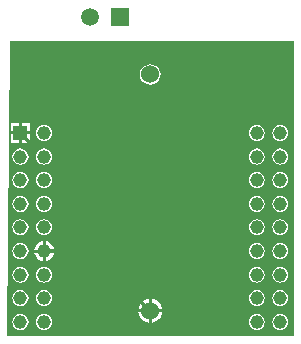
<source format=gtl>
G04*
G04 #@! TF.GenerationSoftware,Altium Limited,Altium Designer,19.1.5 (86)*
G04*
G04 Layer_Physical_Order=1*
G04 Layer_Color=255*
%FSLAX25Y25*%
%MOIN*%
G70*
G01*
G75*
%ADD17C,0.01200*%
%ADD18C,0.05906*%
%ADD19R,0.05906X0.05906*%
%ADD20C,0.06000*%
%ADD21C,0.04528*%
%ADD22R,0.04528X0.04528*%
G36*
X99410Y7874D02*
X4292D01*
X3940Y8229D01*
X4724Y106299D01*
X4724Y106299D01*
X99410D01*
Y7874D01*
D02*
G37*
%LPC*%
G36*
X51681Y98418D02*
X50793Y98301D01*
X49966Y97958D01*
X49256Y97413D01*
X48711Y96703D01*
X48369Y95876D01*
X48252Y94988D01*
X48369Y94101D01*
X48711Y93274D01*
X49256Y92563D01*
X49966Y92018D01*
X50793Y91676D01*
X51681Y91559D01*
X52569Y91676D01*
X53396Y92018D01*
X54106Y92563D01*
X54651Y93274D01*
X54993Y94101D01*
X55110Y94988D01*
X54993Y95876D01*
X54651Y96703D01*
X54106Y97413D01*
X53396Y97958D01*
X52569Y98301D01*
X51681Y98418D01*
D02*
G37*
G36*
X11638Y78765D02*
X8874D01*
Y76002D01*
X11638D01*
Y78765D01*
D02*
G37*
G36*
X7874D02*
X5110D01*
Y76002D01*
X7874D01*
Y78765D01*
D02*
G37*
G36*
X94988Y78188D02*
X94293Y78097D01*
X93645Y77828D01*
X93088Y77401D01*
X92661Y76845D01*
X92393Y76197D01*
X92301Y75502D01*
X92393Y74806D01*
X92661Y74158D01*
X93088Y73602D01*
X93645Y73175D01*
X94293Y72906D01*
X94988Y72815D01*
X95684Y72906D01*
X96332Y73175D01*
X96888Y73602D01*
X97315Y74158D01*
X97583Y74806D01*
X97675Y75502D01*
X97583Y76197D01*
X97315Y76845D01*
X96888Y77401D01*
X96332Y77828D01*
X95684Y78097D01*
X94988Y78188D01*
D02*
G37*
G36*
X87114Y78188D02*
X86419Y78097D01*
X85771Y77828D01*
X85214Y77401D01*
X84787Y76845D01*
X84519Y76197D01*
X84427Y75501D01*
X84519Y74806D01*
X84787Y74158D01*
X85214Y73602D01*
X85771Y73175D01*
X86419Y72906D01*
X87114Y72815D01*
X87810Y72906D01*
X88458Y73175D01*
X89014Y73602D01*
X89441Y74158D01*
X89709Y74806D01*
X89801Y75501D01*
X89709Y76197D01*
X89441Y76845D01*
X89014Y77401D01*
X88458Y77828D01*
X87810Y78097D01*
X87114Y78188D01*
D02*
G37*
G36*
X16248D02*
X15553Y78097D01*
X14905Y77828D01*
X14348Y77401D01*
X13921Y76845D01*
X13653Y76197D01*
X13561Y75501D01*
X13653Y74806D01*
X13921Y74158D01*
X14348Y73602D01*
X14905Y73175D01*
X15553Y72906D01*
X16248Y72815D01*
X16943Y72906D01*
X17591Y73175D01*
X18148Y73602D01*
X18575Y74158D01*
X18843Y74806D01*
X18935Y75501D01*
X18843Y76197D01*
X18575Y76845D01*
X18148Y77401D01*
X17591Y77828D01*
X16943Y78097D01*
X16248Y78188D01*
D02*
G37*
G36*
X11638Y75002D02*
X8874D01*
Y72238D01*
X11638D01*
Y75002D01*
D02*
G37*
G36*
X7874D02*
X5110D01*
Y72238D01*
X7874D01*
Y75002D01*
D02*
G37*
G36*
X94988Y70314D02*
X94293Y70223D01*
X93645Y69954D01*
X93088Y69527D01*
X92661Y68971D01*
X92393Y68323D01*
X92301Y67627D01*
X92393Y66932D01*
X92661Y66284D01*
X93088Y65728D01*
X93645Y65301D01*
X94293Y65032D01*
X94988Y64941D01*
X95684Y65032D01*
X96332Y65301D01*
X96888Y65728D01*
X97315Y66284D01*
X97583Y66932D01*
X97675Y67627D01*
X97583Y68323D01*
X97315Y68971D01*
X96888Y69527D01*
X96332Y69954D01*
X95684Y70223D01*
X94988Y70314D01*
D02*
G37*
G36*
X8374D02*
X7679Y70223D01*
X7031Y69954D01*
X6474Y69527D01*
X6047Y68971D01*
X5779Y68323D01*
X5687Y67627D01*
X5779Y66932D01*
X6047Y66284D01*
X6474Y65728D01*
X7031Y65301D01*
X7679Y65032D01*
X8374Y64941D01*
X9069Y65032D01*
X9717Y65301D01*
X10274Y65728D01*
X10701Y66284D01*
X10969Y66932D01*
X11061Y67627D01*
X10969Y68323D01*
X10701Y68971D01*
X10274Y69527D01*
X9717Y69954D01*
X9069Y70223D01*
X8374Y70314D01*
D02*
G37*
G36*
X87114Y70314D02*
X86419Y70223D01*
X85771Y69954D01*
X85214Y69527D01*
X84787Y68971D01*
X84519Y68323D01*
X84427Y67627D01*
X84519Y66932D01*
X84787Y66284D01*
X85214Y65728D01*
X85771Y65301D01*
X86419Y65032D01*
X87114Y64941D01*
X87810Y65032D01*
X88458Y65301D01*
X89014Y65728D01*
X89441Y66284D01*
X89709Y66932D01*
X89801Y67627D01*
X89709Y68323D01*
X89441Y68971D01*
X89014Y69527D01*
X88458Y69954D01*
X87810Y70223D01*
X87114Y70314D01*
D02*
G37*
G36*
X16248D02*
X15553Y70223D01*
X14905Y69954D01*
X14348Y69527D01*
X13921Y68971D01*
X13653Y68323D01*
X13561Y67627D01*
X13653Y66932D01*
X13921Y66284D01*
X14348Y65728D01*
X14905Y65301D01*
X15553Y65032D01*
X16248Y64941D01*
X16943Y65032D01*
X17591Y65301D01*
X18148Y65728D01*
X18575Y66284D01*
X18843Y66932D01*
X18935Y67627D01*
X18843Y68323D01*
X18575Y68971D01*
X18148Y69527D01*
X17591Y69954D01*
X16943Y70223D01*
X16248Y70314D01*
D02*
G37*
G36*
X94988Y62440D02*
X94293Y62349D01*
X93645Y62080D01*
X93088Y61653D01*
X92661Y61097D01*
X92393Y60449D01*
X92301Y59753D01*
X92393Y59058D01*
X92661Y58410D01*
X93088Y57854D01*
X93645Y57427D01*
X94293Y57158D01*
X94988Y57067D01*
X95684Y57158D01*
X96332Y57427D01*
X96888Y57854D01*
X97315Y58410D01*
X97583Y59058D01*
X97675Y59753D01*
X97583Y60449D01*
X97315Y61097D01*
X96888Y61653D01*
X96332Y62080D01*
X95684Y62349D01*
X94988Y62440D01*
D02*
G37*
G36*
X8374D02*
X7679Y62349D01*
X7031Y62080D01*
X6474Y61653D01*
X6047Y61097D01*
X5779Y60449D01*
X5687Y59753D01*
X5779Y59058D01*
X6047Y58410D01*
X6474Y57854D01*
X7031Y57427D01*
X7679Y57158D01*
X8374Y57067D01*
X9069Y57158D01*
X9717Y57427D01*
X10274Y57854D01*
X10701Y58410D01*
X10969Y59058D01*
X11061Y59753D01*
X10969Y60449D01*
X10701Y61097D01*
X10274Y61653D01*
X9717Y62080D01*
X9069Y62349D01*
X8374Y62440D01*
D02*
G37*
G36*
X87114Y62440D02*
X86419Y62349D01*
X85771Y62080D01*
X85214Y61653D01*
X84787Y61097D01*
X84519Y60449D01*
X84427Y59753D01*
X84519Y59058D01*
X84787Y58410D01*
X85214Y57854D01*
X85771Y57427D01*
X86419Y57158D01*
X87114Y57067D01*
X87810Y57158D01*
X88458Y57427D01*
X89014Y57854D01*
X89441Y58410D01*
X89709Y59058D01*
X89801Y59753D01*
X89709Y60449D01*
X89441Y61097D01*
X89014Y61653D01*
X88458Y62080D01*
X87810Y62349D01*
X87114Y62440D01*
D02*
G37*
G36*
X16248D02*
X15553Y62349D01*
X14905Y62080D01*
X14348Y61653D01*
X13921Y61097D01*
X13653Y60449D01*
X13561Y59753D01*
X13653Y59058D01*
X13921Y58410D01*
X14348Y57854D01*
X14905Y57427D01*
X15553Y57158D01*
X16248Y57067D01*
X16943Y57158D01*
X17591Y57427D01*
X18148Y57854D01*
X18575Y58410D01*
X18843Y59058D01*
X18935Y59753D01*
X18843Y60449D01*
X18575Y61097D01*
X18148Y61653D01*
X17591Y62080D01*
X16943Y62349D01*
X16248Y62440D01*
D02*
G37*
G36*
X94988Y54566D02*
X94293Y54475D01*
X93645Y54206D01*
X93088Y53779D01*
X92661Y53223D01*
X92393Y52575D01*
X92301Y51879D01*
X92393Y51184D01*
X92661Y50536D01*
X93088Y49980D01*
X93645Y49553D01*
X94293Y49284D01*
X94988Y49193D01*
X95684Y49284D01*
X96332Y49553D01*
X96888Y49980D01*
X97315Y50536D01*
X97583Y51184D01*
X97675Y51879D01*
X97583Y52575D01*
X97315Y53223D01*
X96888Y53779D01*
X96332Y54206D01*
X95684Y54475D01*
X94988Y54566D01*
D02*
G37*
G36*
X8374D02*
X7679Y54475D01*
X7031Y54206D01*
X6474Y53779D01*
X6047Y53223D01*
X5779Y52575D01*
X5687Y51879D01*
X5779Y51184D01*
X6047Y50536D01*
X6474Y49980D01*
X7031Y49553D01*
X7679Y49284D01*
X8374Y49193D01*
X9069Y49284D01*
X9717Y49553D01*
X10274Y49980D01*
X10701Y50536D01*
X10969Y51184D01*
X11061Y51879D01*
X10969Y52575D01*
X10701Y53223D01*
X10274Y53779D01*
X9717Y54206D01*
X9069Y54475D01*
X8374Y54566D01*
D02*
G37*
G36*
X87114Y54566D02*
X86419Y54475D01*
X85771Y54206D01*
X85214Y53779D01*
X84787Y53223D01*
X84519Y52575D01*
X84427Y51879D01*
X84519Y51184D01*
X84787Y50536D01*
X85214Y49979D01*
X85771Y49553D01*
X86419Y49284D01*
X87114Y49193D01*
X87810Y49284D01*
X88458Y49553D01*
X89014Y49979D01*
X89441Y50536D01*
X89709Y51184D01*
X89801Y51879D01*
X89709Y52575D01*
X89441Y53223D01*
X89014Y53779D01*
X88458Y54206D01*
X87810Y54475D01*
X87114Y54566D01*
D02*
G37*
G36*
X16248D02*
X15553Y54475D01*
X14905Y54206D01*
X14348Y53779D01*
X13921Y53223D01*
X13653Y52575D01*
X13561Y51879D01*
X13653Y51184D01*
X13921Y50536D01*
X14348Y49979D01*
X14905Y49553D01*
X15553Y49284D01*
X16248Y49193D01*
X16943Y49284D01*
X17591Y49553D01*
X18148Y49979D01*
X18575Y50536D01*
X18843Y51184D01*
X18935Y51879D01*
X18843Y52575D01*
X18575Y53223D01*
X18148Y53779D01*
X17591Y54206D01*
X16943Y54475D01*
X16248Y54566D01*
D02*
G37*
G36*
X94988Y46692D02*
X94293Y46601D01*
X93645Y46332D01*
X93088Y45905D01*
X92661Y45349D01*
X92393Y44701D01*
X92301Y44005D01*
X92393Y43310D01*
X92661Y42662D01*
X93088Y42105D01*
X93645Y41679D01*
X94293Y41410D01*
X94988Y41319D01*
X95684Y41410D01*
X96332Y41679D01*
X96888Y42105D01*
X97315Y42662D01*
X97583Y43310D01*
X97675Y44005D01*
X97583Y44701D01*
X97315Y45349D01*
X96888Y45905D01*
X96332Y46332D01*
X95684Y46601D01*
X94988Y46692D01*
D02*
G37*
G36*
X8374D02*
X7679Y46601D01*
X7031Y46332D01*
X6474Y45905D01*
X6047Y45349D01*
X5779Y44701D01*
X5687Y44005D01*
X5779Y43310D01*
X6047Y42662D01*
X6474Y42105D01*
X7031Y41679D01*
X7679Y41410D01*
X8374Y41319D01*
X9069Y41410D01*
X9717Y41679D01*
X10274Y42105D01*
X10701Y42662D01*
X10969Y43310D01*
X11061Y44005D01*
X10969Y44701D01*
X10701Y45349D01*
X10274Y45905D01*
X9717Y46332D01*
X9069Y46601D01*
X8374Y46692D01*
D02*
G37*
G36*
X87114Y46692D02*
X86419Y46601D01*
X85771Y46332D01*
X85214Y45905D01*
X84787Y45349D01*
X84519Y44701D01*
X84427Y44005D01*
X84519Y43310D01*
X84787Y42662D01*
X85214Y42105D01*
X85771Y41679D01*
X86419Y41410D01*
X87114Y41319D01*
X87810Y41410D01*
X88458Y41679D01*
X89014Y42105D01*
X89441Y42662D01*
X89709Y43310D01*
X89801Y44005D01*
X89709Y44701D01*
X89441Y45349D01*
X89014Y45905D01*
X88458Y46332D01*
X87810Y46601D01*
X87114Y46692D01*
D02*
G37*
G36*
X16248D02*
X15553Y46601D01*
X14905Y46332D01*
X14348Y45905D01*
X13921Y45349D01*
X13653Y44701D01*
X13561Y44005D01*
X13653Y43310D01*
X13921Y42662D01*
X14348Y42105D01*
X14905Y41679D01*
X15553Y41410D01*
X16248Y41319D01*
X16943Y41410D01*
X17591Y41679D01*
X18148Y42105D01*
X18575Y42662D01*
X18843Y43310D01*
X18935Y44005D01*
X18843Y44701D01*
X18575Y45349D01*
X18148Y45905D01*
X17591Y46332D01*
X16943Y46601D01*
X16248Y46692D01*
D02*
G37*
G36*
X16748Y39357D02*
Y36631D01*
X19474D01*
X19428Y36983D01*
X19099Y37777D01*
X18576Y38459D01*
X17894Y38982D01*
X17100Y39311D01*
X16748Y39357D01*
D02*
G37*
G36*
X15748D02*
X15396Y39311D01*
X14602Y38982D01*
X13920Y38459D01*
X13397Y37777D01*
X13068Y36983D01*
X13022Y36631D01*
X15748D01*
Y39357D01*
D02*
G37*
G36*
X94988Y38818D02*
X94293Y38727D01*
X93645Y38458D01*
X93088Y38031D01*
X92661Y37475D01*
X92393Y36827D01*
X92301Y36131D01*
X92393Y35436D01*
X92661Y34788D01*
X93088Y34231D01*
X93645Y33805D01*
X94293Y33536D01*
X94988Y33445D01*
X95684Y33536D01*
X96332Y33805D01*
X96888Y34231D01*
X97315Y34788D01*
X97583Y35436D01*
X97675Y36131D01*
X97583Y36827D01*
X97315Y37475D01*
X96888Y38031D01*
X96332Y38458D01*
X95684Y38727D01*
X94988Y38818D01*
D02*
G37*
G36*
X8374D02*
X7679Y38727D01*
X7031Y38458D01*
X6474Y38031D01*
X6047Y37475D01*
X5779Y36827D01*
X5687Y36131D01*
X5779Y35436D01*
X6047Y34788D01*
X6474Y34231D01*
X7031Y33805D01*
X7679Y33536D01*
X8374Y33445D01*
X9069Y33536D01*
X9717Y33805D01*
X10274Y34231D01*
X10701Y34788D01*
X10969Y35436D01*
X11061Y36131D01*
X10969Y36827D01*
X10701Y37475D01*
X10274Y38031D01*
X9717Y38458D01*
X9069Y38727D01*
X8374Y38818D01*
D02*
G37*
G36*
X87114Y38818D02*
X86419Y38726D01*
X85771Y38458D01*
X85214Y38031D01*
X84787Y37475D01*
X84519Y36827D01*
X84427Y36131D01*
X84519Y35436D01*
X84787Y34788D01*
X85214Y34231D01*
X85771Y33805D01*
X86419Y33536D01*
X87114Y33444D01*
X87810Y33536D01*
X88458Y33805D01*
X89014Y34231D01*
X89441Y34788D01*
X89709Y35436D01*
X89801Y36131D01*
X89709Y36827D01*
X89441Y37475D01*
X89014Y38031D01*
X88458Y38458D01*
X87810Y38726D01*
X87114Y38818D01*
D02*
G37*
G36*
X19474Y35631D02*
X16748D01*
Y32905D01*
X17100Y32952D01*
X17894Y33280D01*
X18576Y33804D01*
X19099Y34485D01*
X19428Y35279D01*
X19474Y35631D01*
D02*
G37*
G36*
X15748D02*
X13022D01*
X13068Y35279D01*
X13397Y34485D01*
X13920Y33804D01*
X14602Y33280D01*
X15396Y32952D01*
X15748Y32905D01*
Y35631D01*
D02*
G37*
G36*
X94988Y30944D02*
X94293Y30853D01*
X93645Y30584D01*
X93088Y30157D01*
X92661Y29601D01*
X92393Y28953D01*
X92301Y28257D01*
X92393Y27562D01*
X92661Y26914D01*
X93088Y26357D01*
X93645Y25931D01*
X94293Y25662D01*
X94988Y25571D01*
X95684Y25662D01*
X96332Y25931D01*
X96888Y26357D01*
X97315Y26914D01*
X97583Y27562D01*
X97675Y28257D01*
X97583Y28953D01*
X97315Y29601D01*
X96888Y30157D01*
X96332Y30584D01*
X95684Y30853D01*
X94988Y30944D01*
D02*
G37*
G36*
X8374D02*
X7679Y30853D01*
X7031Y30584D01*
X6474Y30157D01*
X6047Y29601D01*
X5779Y28953D01*
X5687Y28257D01*
X5779Y27562D01*
X6047Y26914D01*
X6474Y26357D01*
X7031Y25931D01*
X7679Y25662D01*
X8374Y25571D01*
X9069Y25662D01*
X9717Y25931D01*
X10274Y26357D01*
X10701Y26914D01*
X10969Y27562D01*
X11061Y28257D01*
X10969Y28953D01*
X10701Y29601D01*
X10274Y30157D01*
X9717Y30584D01*
X9069Y30853D01*
X8374Y30944D01*
D02*
G37*
G36*
X87114Y30944D02*
X86419Y30852D01*
X85771Y30584D01*
X85214Y30157D01*
X84787Y29601D01*
X84519Y28953D01*
X84427Y28257D01*
X84519Y27562D01*
X84787Y26914D01*
X85214Y26357D01*
X85771Y25931D01*
X86419Y25662D01*
X87114Y25570D01*
X87810Y25662D01*
X88458Y25931D01*
X89014Y26357D01*
X89441Y26914D01*
X89709Y27562D01*
X89801Y28257D01*
X89709Y28953D01*
X89441Y29601D01*
X89014Y30157D01*
X88458Y30584D01*
X87810Y30852D01*
X87114Y30944D01*
D02*
G37*
G36*
X16248D02*
X15553Y30852D01*
X14905Y30584D01*
X14348Y30157D01*
X13921Y29601D01*
X13653Y28953D01*
X13561Y28257D01*
X13653Y27562D01*
X13921Y26914D01*
X14348Y26357D01*
X14905Y25931D01*
X15553Y25662D01*
X16248Y25570D01*
X16943Y25662D01*
X17591Y25931D01*
X18148Y26357D01*
X18575Y26914D01*
X18843Y27562D01*
X18935Y28257D01*
X18843Y28953D01*
X18575Y29601D01*
X18148Y30157D01*
X17591Y30584D01*
X16943Y30852D01*
X16248Y30944D01*
D02*
G37*
G36*
X94988Y23070D02*
X94293Y22978D01*
X93645Y22710D01*
X93088Y22283D01*
X92661Y21727D01*
X92393Y21079D01*
X92301Y20383D01*
X92393Y19688D01*
X92661Y19040D01*
X93088Y18484D01*
X93645Y18056D01*
X94293Y17788D01*
X94988Y17696D01*
X95684Y17788D01*
X96332Y18056D01*
X96888Y18484D01*
X97315Y19040D01*
X97583Y19688D01*
X97675Y20383D01*
X97583Y21079D01*
X97315Y21727D01*
X96888Y22283D01*
X96332Y22710D01*
X95684Y22978D01*
X94988Y23070D01*
D02*
G37*
G36*
X8374D02*
X7679Y22978D01*
X7031Y22710D01*
X6474Y22283D01*
X6047Y21727D01*
X5779Y21079D01*
X5687Y20383D01*
X5779Y19688D01*
X6047Y19040D01*
X6474Y18484D01*
X7031Y18056D01*
X7679Y17788D01*
X8374Y17696D01*
X9069Y17788D01*
X9717Y18056D01*
X10274Y18484D01*
X10701Y19040D01*
X10969Y19688D01*
X11061Y20383D01*
X10969Y21079D01*
X10701Y21727D01*
X10274Y22283D01*
X9717Y22710D01*
X9069Y22978D01*
X8374Y23070D01*
D02*
G37*
G36*
X87114Y23070D02*
X86419Y22978D01*
X85771Y22710D01*
X85214Y22283D01*
X84787Y21727D01*
X84519Y21079D01*
X84427Y20383D01*
X84519Y19688D01*
X84787Y19040D01*
X85214Y18483D01*
X85771Y18056D01*
X86419Y17788D01*
X87114Y17696D01*
X87810Y17788D01*
X88458Y18056D01*
X89014Y18483D01*
X89441Y19040D01*
X89709Y19688D01*
X89801Y20383D01*
X89709Y21079D01*
X89441Y21727D01*
X89014Y22283D01*
X88458Y22710D01*
X87810Y22978D01*
X87114Y23070D01*
D02*
G37*
G36*
X16248D02*
X15553Y22978D01*
X14905Y22710D01*
X14348Y22283D01*
X13921Y21727D01*
X13653Y21079D01*
X13561Y20383D01*
X13653Y19688D01*
X13921Y19040D01*
X14348Y18483D01*
X14905Y18056D01*
X15553Y17788D01*
X16248Y17696D01*
X16943Y17788D01*
X17591Y18056D01*
X18148Y18483D01*
X18575Y19040D01*
X18843Y19688D01*
X18935Y20383D01*
X18843Y21079D01*
X18575Y21727D01*
X18148Y22283D01*
X17591Y22710D01*
X16943Y22978D01*
X16248Y23070D01*
D02*
G37*
G36*
X52181Y20217D02*
Y16748D01*
X55650D01*
X55578Y17292D01*
X55175Y18265D01*
X54534Y19101D01*
X53698Y19742D01*
X52725Y20145D01*
X52181Y20217D01*
D02*
G37*
G36*
X51181D02*
X50637Y20145D01*
X49664Y19742D01*
X48828Y19101D01*
X48187Y18265D01*
X47784Y17292D01*
X47712Y16748D01*
X51181D01*
Y20217D01*
D02*
G37*
G36*
X55650Y15748D02*
X52181D01*
Y12279D01*
X52725Y12351D01*
X53698Y12754D01*
X54534Y13395D01*
X55175Y14231D01*
X55578Y15204D01*
X55650Y15748D01*
D02*
G37*
G36*
X51181D02*
X47712D01*
X47784Y15204D01*
X48187Y14231D01*
X48828Y13395D01*
X49664Y12754D01*
X50637Y12351D01*
X51181Y12279D01*
Y15748D01*
D02*
G37*
G36*
X94988Y15196D02*
X94293Y15104D01*
X93645Y14836D01*
X93088Y14409D01*
X92661Y13853D01*
X92393Y13205D01*
X92301Y12509D01*
X92393Y11814D01*
X92661Y11166D01*
X93088Y10610D01*
X93645Y10182D01*
X94293Y9914D01*
X94988Y9822D01*
X95684Y9914D01*
X96332Y10182D01*
X96888Y10610D01*
X97315Y11166D01*
X97583Y11814D01*
X97675Y12509D01*
X97583Y13205D01*
X97315Y13853D01*
X96888Y14409D01*
X96332Y14836D01*
X95684Y15104D01*
X94988Y15196D01*
D02*
G37*
G36*
X8374D02*
X7679Y15104D01*
X7031Y14836D01*
X6474Y14409D01*
X6047Y13853D01*
X5779Y13205D01*
X5687Y12509D01*
X5779Y11814D01*
X6047Y11166D01*
X6474Y10610D01*
X7031Y10182D01*
X7679Y9914D01*
X8374Y9822D01*
X9069Y9914D01*
X9717Y10182D01*
X10274Y10610D01*
X10701Y11166D01*
X10969Y11814D01*
X11061Y12509D01*
X10969Y13205D01*
X10701Y13853D01*
X10274Y14409D01*
X9717Y14836D01*
X9069Y15104D01*
X8374Y15196D01*
D02*
G37*
G36*
X87114Y15196D02*
X86419Y15104D01*
X85771Y14836D01*
X85214Y14409D01*
X84787Y13853D01*
X84519Y13205D01*
X84427Y12509D01*
X84519Y11814D01*
X84787Y11166D01*
X85214Y10609D01*
X85771Y10182D01*
X86419Y9914D01*
X87114Y9822D01*
X87810Y9914D01*
X88458Y10182D01*
X89014Y10609D01*
X89441Y11166D01*
X89709Y11814D01*
X89801Y12509D01*
X89709Y13205D01*
X89441Y13853D01*
X89014Y14409D01*
X88458Y14836D01*
X87810Y15104D01*
X87114Y15196D01*
D02*
G37*
G36*
X16248D02*
X15553Y15104D01*
X14905Y14836D01*
X14348Y14409D01*
X13921Y13853D01*
X13653Y13205D01*
X13561Y12509D01*
X13653Y11814D01*
X13921Y11166D01*
X14348Y10609D01*
X14905Y10182D01*
X15553Y9914D01*
X16248Y9822D01*
X16943Y9914D01*
X17591Y10182D01*
X18148Y10609D01*
X18575Y11166D01*
X18843Y11814D01*
X18935Y12509D01*
X18843Y13205D01*
X18575Y13853D01*
X18148Y14409D01*
X17591Y14836D01*
X16943Y15104D01*
X16248Y15196D01*
D02*
G37*
%LPD*%
D17*
X6710Y77165D02*
X8374Y75502D01*
X21171Y36131D02*
X26484Y41445D01*
X16248Y36131D02*
X21171D01*
X21932Y71491D02*
X26484Y66938D01*
X12384Y71491D02*
X21932D01*
X8374Y75502D02*
X12384Y71491D01*
X26484Y41445D02*
Y66938D01*
Y41445D02*
X51681Y16248D01*
D18*
X31642Y114206D02*
D03*
D19*
X41642D02*
D03*
D20*
X51681Y94988D02*
D03*
Y16248D02*
D03*
D21*
X87114Y12509D02*
D03*
Y20383D02*
D03*
Y28257D02*
D03*
Y36131D02*
D03*
Y44005D02*
D03*
Y51879D02*
D03*
Y59753D02*
D03*
Y67627D02*
D03*
Y75501D02*
D03*
X94988Y12509D02*
D03*
Y20383D02*
D03*
Y28257D02*
D03*
Y36131D02*
D03*
Y44005D02*
D03*
Y51879D02*
D03*
Y59753D02*
D03*
Y67627D02*
D03*
Y75502D02*
D03*
X16248Y12509D02*
D03*
Y20383D02*
D03*
Y28257D02*
D03*
Y36131D02*
D03*
Y44005D02*
D03*
Y51879D02*
D03*
Y59753D02*
D03*
Y67627D02*
D03*
Y75501D02*
D03*
X8374Y12509D02*
D03*
Y20383D02*
D03*
Y28257D02*
D03*
Y36131D02*
D03*
Y44005D02*
D03*
Y51879D02*
D03*
Y59753D02*
D03*
Y67627D02*
D03*
D22*
Y75502D02*
D03*
M02*

</source>
